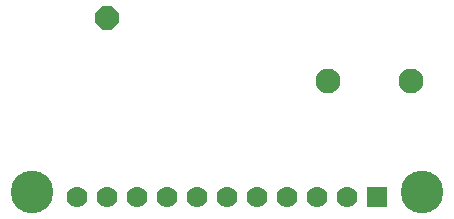
<source format=gbr>
G04 EAGLE Gerber RS-274X export*
G75*
%MOMM*%
%FSLAX34Y34*%
%LPD*%
%INSoldermask Bottom*%
%IPPOS*%
%AMOC8*
5,1,8,0,0,1.08239X$1,22.5*%
G01*
%ADD10C,3.617600*%
%ADD11C,2.101600*%
%ADD12P,2.199416X8X202.500000*%
%ADD13R,1.778000X1.778000*%
%ADD14C,1.778000*%


D10*
X355600Y25400D03*
X25400Y25400D03*
D11*
X346000Y119380D03*
X276000Y119380D03*
D12*
X88900Y172720D03*
D13*
X317500Y21590D03*
D14*
X292100Y21590D03*
X266700Y21590D03*
X241300Y21590D03*
X215900Y21590D03*
X190500Y21590D03*
X165100Y21590D03*
X139700Y21590D03*
X114300Y21590D03*
X88900Y21590D03*
X63500Y21590D03*
M02*

</source>
